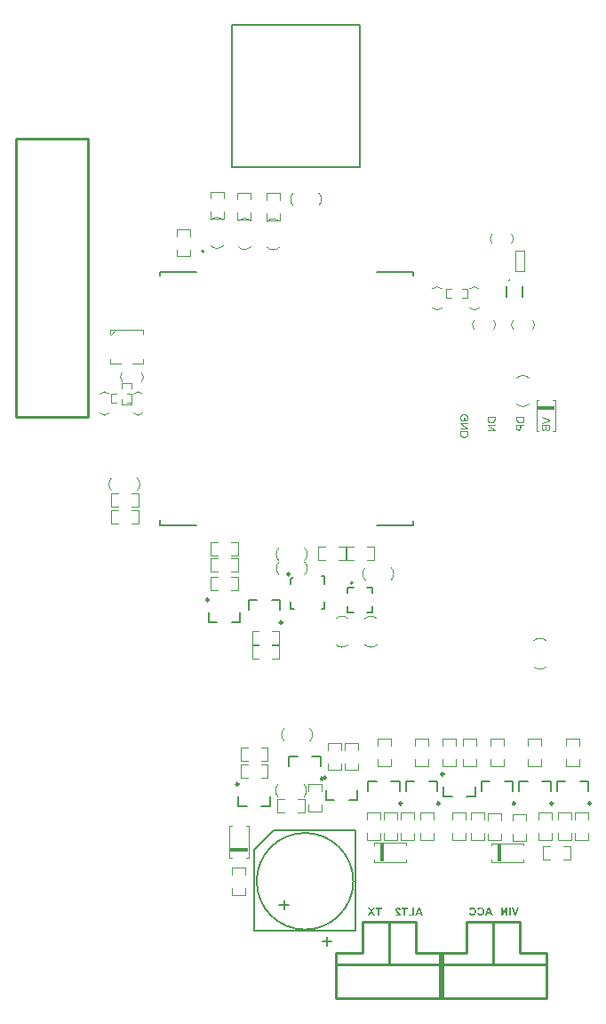
<source format=gbo>
G04*
G04 #@! TF.GenerationSoftware,Altium Limited,Altium Designer,21.2.1 (34)*
G04*
G04 Layer_Color=32896*
%FSTAX24Y24*%
%MOIN*%
G70*
G04*
G04 #@! TF.SameCoordinates,4AC015DC-E3C4-4AC6-9BA4-5EE9E9B64A6E*
G04*
G04*
G04 #@! TF.FilePolarity,Positive*
G04*
G01*
G75*
%ADD10C,0.0070*%
%ADD11C,0.0079*%
%ADD12C,0.0098*%
%ADD13C,0.0039*%
%ADD14C,0.0070*%
%ADD15C,0.0050*%
%ADD16C,0.0100*%
%ADD19R,0.0690X0.0180*%
%ADD20R,0.0180X0.0690*%
%ADD152C,0.0039*%
%ADD153C,0.0039*%
G36*
X059665Y086056D02*
X059664Y086046D01*
X059664Y086037D01*
X059663Y086029D01*
X059662Y086022D01*
X059662Y086019D01*
X059661Y086016D01*
X059661Y086013D01*
X05966Y086012D01*
X05966Y08601D01*
Y086009D01*
X05966Y086008D01*
Y086008D01*
X059657Y086D01*
X059655Y085993D01*
X059652Y085987D01*
X05965Y085982D01*
X059648Y085977D01*
X059646Y085974D01*
X059645Y085972D01*
X059645Y085972D01*
Y085972D01*
X05964Y085966D01*
X059636Y085961D01*
X059631Y085956D01*
X059627Y085952D01*
X059623Y085949D01*
X05962Y085946D01*
X059619Y085945D01*
X059618Y085945D01*
X059617Y085944D01*
X059617D01*
X05961Y085939D01*
X059603Y085935D01*
X059595Y085932D01*
X059588Y085929D01*
X059582Y085927D01*
X05958Y085926D01*
X059577Y085925D01*
X059576Y085924D01*
X059574Y085924D01*
X059573Y085923D01*
X059573D01*
X059563Y085921D01*
X059552Y085919D01*
X059542Y085917D01*
X059532Y085916D01*
X059528Y085916D01*
X059524Y085915D01*
X059521D01*
X059518Y085915D01*
X059515D01*
X059513D01*
X059512D01*
X059512D01*
X059497Y085916D01*
X05949Y085916D01*
X059484Y085917D01*
X059477Y085918D01*
X059471Y085919D01*
X059466Y08592D01*
X059461Y085921D01*
X059456Y085922D01*
X059452Y085923D01*
X059448Y085924D01*
X059445Y085925D01*
X059443Y085926D01*
X059441Y085927D01*
X05944Y085927D01*
X05944D01*
X059429Y085932D01*
X059419Y085938D01*
X059414Y085941D01*
X05941Y085944D01*
X059406Y085947D01*
X059402Y08595D01*
X059399Y085952D01*
X059396Y085955D01*
X059394Y085957D01*
X059392Y085959D01*
X05939Y085961D01*
X059389Y085962D01*
X059388Y085963D01*
X059388Y085963D01*
X059382Y08597D01*
X059378Y085978D01*
X059374Y085985D01*
X059371Y085992D01*
X059369Y085998D01*
X059368Y086001D01*
X059368Y086003D01*
X059367Y086005D01*
X059367Y086006D01*
X059366Y086007D01*
Y086007D01*
X059366Y086011D01*
X059365Y086015D01*
X059364Y086024D01*
X059363Y086033D01*
X059362Y086041D01*
X059362Y086045D01*
Y086049D01*
X059362Y086053D01*
Y086165D01*
X059665D01*
Y086056D01*
D02*
G37*
G36*
Y085822D02*
X059427D01*
X059665Y085663D01*
Y085622D01*
X059362D01*
Y08566D01*
X0596D01*
X059362Y085819D01*
Y08586D01*
X059665D01*
Y085822D01*
D02*
G37*
G36*
X058505Y086254D02*
X058513Y086254D01*
X05852Y086253D01*
X058528Y086251D01*
X058535Y08625D01*
X058542Y086248D01*
X058548Y086247D01*
X058553Y086245D01*
X058559Y086244D01*
X058563Y086242D01*
X058567Y08624D01*
X058571Y086239D01*
X058573Y086238D01*
X058575Y086237D01*
X058577Y086236D01*
X058577Y086236D01*
X058584Y086232D01*
X05859Y086228D01*
X058595Y086224D01*
X058601Y08622D01*
X058606Y086215D01*
X05861Y08621D01*
X058614Y086206D01*
X058618Y086202D01*
X058621Y086197D01*
X058624Y086193D01*
X058627Y08619D01*
X058629Y086187D01*
X05863Y086184D01*
X058631Y086182D01*
X058632Y086181D01*
X058632Y086181D01*
X058635Y086174D01*
X058638Y086167D01*
X058641Y08616D01*
X058643Y086153D01*
X058645Y086146D01*
X058647Y086139D01*
X058648Y086133D01*
X058649Y086127D01*
X05865Y086121D01*
X05865Y086116D01*
X058651Y086111D01*
X058651Y086107D01*
X058651Y086104D01*
Y0861D01*
X058651Y086088D01*
X058649Y086076D01*
X058648Y086065D01*
X058646Y08606D01*
X058645Y086055D01*
X058644Y086051D01*
X058643Y086047D01*
X058642Y086044D01*
X058641Y086041D01*
X05864Y086039D01*
X05864Y086037D01*
X058639Y086036D01*
Y086036D01*
X058634Y086024D01*
X058629Y086013D01*
X058623Y086002D01*
X05862Y085998D01*
X058617Y085993D01*
X058615Y085989D01*
X058612Y085986D01*
X05861Y085982D01*
X058608Y08598D01*
X058607Y085977D01*
X058605Y085976D01*
X058605Y085975D01*
X058604Y085975D01*
X058492D01*
Y086103D01*
X058528D01*
Y086014D01*
X058584D01*
X058589Y086019D01*
X058592Y086025D01*
X058596Y086031D01*
X058599Y086038D01*
X058602Y086043D01*
X058603Y086045D01*
X058604Y086047D01*
X058605Y086049D01*
X058605Y086051D01*
X058606Y086051D01*
Y086052D01*
X058609Y086061D01*
X058611Y08607D01*
X058613Y086079D01*
X058614Y086086D01*
X058614Y08609D01*
X058615Y086093D01*
X058615Y086095D01*
Y086098D01*
X058615Y0861D01*
Y086102D01*
X058615Y086113D01*
X058613Y086124D01*
X058611Y086133D01*
X05861Y086138D01*
X058609Y086142D01*
X058608Y086145D01*
X058607Y086149D01*
X058605Y086152D01*
X058604Y086154D01*
X058604Y086156D01*
X058603Y086158D01*
X058602Y086159D01*
Y086159D01*
X0586Y086164D01*
X058597Y086168D01*
X05859Y086176D01*
X058584Y086183D01*
X058577Y086189D01*
X058571Y086193D01*
X058569Y086195D01*
X058567Y086197D01*
X058565Y086198D01*
X058563Y086199D01*
X058562Y086199D01*
X058562Y086199D01*
X058551Y086204D01*
X05854Y086207D01*
X058529Y08621D01*
X058518Y086211D01*
X058513Y086212D01*
X058508Y086212D01*
X058504Y086213D01*
X058501D01*
X058498Y086213D01*
X058496D01*
X058494D01*
X058494D01*
X058482Y086212D01*
X05847Y086211D01*
X05846Y086209D01*
X058455Y086208D01*
X058451Y086207D01*
X058447Y086206D01*
X058444Y086205D01*
X058441Y086204D01*
X058438Y086203D01*
X058436Y086203D01*
X058434Y086202D01*
X058433Y086202D01*
X058433D01*
X058427Y086199D01*
X058422Y086196D01*
X058416Y086193D01*
X058412Y08619D01*
X058408Y086187D01*
X058406Y086185D01*
X058404Y086183D01*
X058403Y086183D01*
X058398Y086178D01*
X058394Y086172D01*
X05839Y086167D01*
X058387Y086162D01*
X058384Y086157D01*
X058383Y086154D01*
X058382Y086152D01*
X058381Y086151D01*
X058381Y086151D01*
Y08615D01*
X058378Y086142D01*
X058376Y086135D01*
X058374Y086126D01*
X058373Y086119D01*
X058373Y086116D01*
X058373Y086113D01*
Y08611D01*
X058372Y086107D01*
Y086103D01*
X058373Y086095D01*
X058374Y086087D01*
X058375Y08608D01*
X058376Y086074D01*
X058378Y086069D01*
X058379Y086066D01*
X058379Y086065D01*
X05838Y086063D01*
X05838Y086062D01*
X058381Y086062D01*
Y086061D01*
X058384Y086055D01*
X058387Y086049D01*
X058391Y086044D01*
X058394Y08604D01*
X058397Y086037D01*
X0584Y086035D01*
X058401Y086033D01*
X058402Y086033D01*
X058407Y086029D01*
X058413Y086026D01*
X058419Y086023D01*
X058425Y08602D01*
X05843Y086018D01*
X058432Y086018D01*
X058434Y086017D01*
X058436Y086016D01*
X058437Y086016D01*
X058438Y086016D01*
X058438D01*
X058428Y085979D01*
X058417Y085982D01*
X058407Y085986D01*
X058403Y085988D01*
X058399Y08599D01*
X058395Y085992D01*
X058392Y085994D01*
X058389Y085995D01*
X058386Y085997D01*
X058384Y085998D01*
X058382Y085999D01*
X058381Y086001D01*
X05838Y086001D01*
X058379Y086002D01*
X058379Y086002D01*
X058372Y086008D01*
X058366Y086015D01*
X058361Y086022D01*
X058357Y086029D01*
X058353Y086035D01*
X058352Y086037D01*
X058351Y086039D01*
X05835Y086041D01*
X058349Y086042D01*
X058349Y086043D01*
Y086044D01*
X058345Y086054D01*
X058343Y086064D01*
X058341Y086074D01*
X05834Y086083D01*
X058339Y086088D01*
X058339Y086091D01*
X058339Y086095D01*
X058338Y086098D01*
Y086103D01*
X058339Y086111D01*
X058339Y08612D01*
X05834Y086127D01*
X058341Y086135D01*
X058343Y086142D01*
X058344Y086148D01*
X058346Y086155D01*
X058347Y08616D01*
X058349Y086165D01*
X058351Y08617D01*
X058353Y086174D01*
X058354Y086177D01*
X058355Y08618D01*
X058356Y086182D01*
X058357Y086183D01*
X058357Y086183D01*
X058361Y086189D01*
X058365Y086195D01*
X058369Y086201D01*
X058374Y086206D01*
X058379Y086211D01*
X058383Y086215D01*
X058388Y086219D01*
X058392Y086223D01*
X058397Y086225D01*
X058401Y086228D01*
X058405Y086231D01*
X058408Y086233D01*
X05841Y086234D01*
X058412Y086235D01*
X058414Y086236D01*
X058414Y086236D01*
X058421Y086239D01*
X058428Y086242D01*
X058436Y086244D01*
X058443Y086246D01*
X058457Y08625D01*
X058463Y086251D01*
X058469Y086252D01*
X058475Y086253D01*
X05848Y086253D01*
X058485Y086254D01*
X058489Y086254D01*
X058492Y086254D01*
X058494D01*
X058496D01*
X058496D01*
X058505Y086254D01*
D02*
G37*
G36*
X058646Y085877D02*
X058409D01*
X058646Y085719D01*
Y085677D01*
X058344D01*
Y085716D01*
X058581D01*
X058344Y085875D01*
Y085916D01*
X058646D01*
Y085877D01*
D02*
G37*
G36*
Y085501D02*
X058646Y085491D01*
X058646Y085482D01*
X058645Y085474D01*
X058644Y085466D01*
X058643Y085464D01*
X058643Y085461D01*
X058642Y085458D01*
X058642Y085456D01*
X058642Y085455D01*
Y085454D01*
X058641Y085453D01*
Y085453D01*
X058639Y085445D01*
X058637Y085438D01*
X058634Y085432D01*
X058632Y085426D01*
X05863Y085422D01*
X058628Y085419D01*
X058627Y085417D01*
X058626Y085417D01*
Y085416D01*
X058622Y085411D01*
X058618Y085405D01*
X058613Y085401D01*
X058609Y085397D01*
X058605Y085393D01*
X058602Y085391D01*
X0586Y08539D01*
X058599Y085389D01*
X058599Y085389D01*
X058599D01*
X058592Y085384D01*
X058585Y08538D01*
X058577Y085377D01*
X05857Y085374D01*
X058564Y085371D01*
X058561Y08537D01*
X058559Y085369D01*
X058557Y085369D01*
X058556Y085368D01*
X058555Y085368D01*
X058555D01*
X058544Y085365D01*
X058534Y085363D01*
X058524Y085362D01*
X058514Y085361D01*
X05851Y085361D01*
X058506Y08536D01*
X058502D01*
X058499Y08536D01*
X058497D01*
X058495D01*
X058494D01*
X058493D01*
X058479Y085361D01*
X058472Y085361D01*
X058465Y085362D01*
X058459Y085363D01*
X058453Y085364D01*
X058447Y085365D01*
X058442Y085366D01*
X058438Y085367D01*
X058434Y085368D01*
X05843Y085369D01*
X058427Y08537D01*
X058425Y085371D01*
X058423Y085371D01*
X058422Y085372D01*
X058422D01*
X05841Y085377D01*
X0584Y085383D01*
X058396Y085385D01*
X058391Y085388D01*
X058387Y085391D01*
X058384Y085394D01*
X058381Y085397D01*
X058378Y0854D01*
X058375Y085402D01*
X058373Y085404D01*
X058372Y085405D01*
X058371Y085407D01*
X05837Y085407D01*
X05837Y085408D01*
X058364Y085415D01*
X05836Y085423D01*
X058356Y08543D01*
X058353Y085437D01*
X058351Y085443D01*
X05835Y085445D01*
X058349Y085448D01*
X058349Y085449D01*
X058348Y085451D01*
X058348Y085452D01*
Y085452D01*
X058347Y085456D01*
X058346Y08546D01*
X058345Y085468D01*
X058344Y085477D01*
X058344Y085486D01*
X058344Y08549D01*
Y085494D01*
X058344Y085497D01*
Y08561D01*
X058646D01*
Y085501D01*
D02*
G37*
G36*
X060752Y086056D02*
X060752Y086046D01*
X060752Y086037D01*
X060751Y086029D01*
X06075Y086022D01*
X060749Y086019D01*
X060749Y086016D01*
X060748Y086013D01*
X060748Y086012D01*
X060748Y08601D01*
Y086009D01*
X060747Y086008D01*
Y086008D01*
X060745Y086D01*
X060743Y085993D01*
X06074Y085987D01*
X060738Y085982D01*
X060736Y085977D01*
X060734Y085974D01*
X060733Y085972D01*
X060732Y085972D01*
Y085972D01*
X060728Y085966D01*
X060724Y085961D01*
X060719Y085956D01*
X060715Y085952D01*
X060711Y085949D01*
X060708Y085946D01*
X060706Y085945D01*
X060705Y085945D01*
X060705Y085944D01*
X060705D01*
X060698Y085939D01*
X060691Y085935D01*
X060683Y085932D01*
X060676Y085929D01*
X06067Y085927D01*
X060667Y085926D01*
X060665Y085925D01*
X060663Y085924D01*
X060662Y085924D01*
X060661Y085923D01*
X060661D01*
X06065Y085921D01*
X06064Y085919D01*
X06063Y085917D01*
X06062Y085916D01*
X060616Y085916D01*
X060612Y085915D01*
X060608D01*
X060605Y085915D01*
X060603D01*
X060601D01*
X0606D01*
X060599D01*
X060585Y085916D01*
X060578Y085916D01*
X060571Y085917D01*
X060565Y085918D01*
X060559Y085919D01*
X060553Y08592D01*
X060548Y085921D01*
X060544Y085922D01*
X06054Y085923D01*
X060536Y085924D01*
X060533Y085925D01*
X060531Y085926D01*
X060529Y085927D01*
X060528Y085927D01*
X060528D01*
X060516Y085932D01*
X060506Y085938D01*
X060502Y085941D01*
X060497Y085944D01*
X060493Y085947D01*
X06049Y08595D01*
X060487Y085952D01*
X060484Y085955D01*
X060481Y085957D01*
X060479Y085959D01*
X060478Y085961D01*
X060477Y085962D01*
X060476Y085963D01*
X060476Y085963D01*
X06047Y08597D01*
X060466Y085978D01*
X060462Y085985D01*
X060459Y085992D01*
X060457Y085998D01*
X060456Y086001D01*
X060455Y086003D01*
X060455Y086005D01*
X060454Y086006D01*
X060454Y086007D01*
Y086007D01*
X060453Y086011D01*
X060452Y086015D01*
X060451Y086024D01*
X06045Y086033D01*
X06045Y086041D01*
X06045Y086045D01*
Y086049D01*
X060449Y086053D01*
Y086165D01*
X060752D01*
Y086056D01*
D02*
G37*
G36*
Y08582D02*
X060629D01*
Y085743D01*
X060629Y085731D01*
X060628Y08572D01*
X060627Y08571D01*
X060625Y085701D01*
X060623Y085693D01*
X060621Y085686D01*
X060618Y08568D01*
X060616Y085674D01*
X060613Y085669D01*
X060611Y085665D01*
X060609Y085661D01*
X060607Y085658D01*
X060605Y085656D01*
X060604Y085655D01*
X060603Y085654D01*
X060603Y085653D01*
X060597Y085649D01*
X060592Y085645D01*
X060587Y085642D01*
X060581Y085639D01*
X060575Y085637D01*
X06057Y085635D01*
X060565Y085633D01*
X06056Y085632D01*
X060555Y085631D01*
X060551Y08563D01*
X060547Y085629D01*
X060544Y085629D01*
X060541Y085629D01*
X060539D01*
X060538D01*
X060537D01*
X060529Y085629D01*
X060521Y08563D01*
X060514Y085632D01*
X060508Y085633D01*
X060503Y085635D01*
X060501Y085636D01*
X060499Y085637D01*
X060498Y085637D01*
X060497Y085638D01*
X060496Y085638D01*
X060496D01*
X060489Y085642D01*
X060484Y085646D01*
X060478Y08565D01*
X060474Y085654D01*
X060471Y085657D01*
X060469Y08566D01*
X060467Y085662D01*
X060467Y085662D01*
Y085663D01*
X060463Y085668D01*
X06046Y085675D01*
X060458Y085681D01*
X060456Y085687D01*
X060454Y085692D01*
X060454Y085694D01*
X060453Y085696D01*
X060453Y085698D01*
Y085699D01*
X060452Y0857D01*
Y0857D01*
X060452Y085703D01*
X060451Y085706D01*
X060451Y085714D01*
X06045Y085721D01*
X06045Y085729D01*
X060449Y085735D01*
Y08586D01*
X060752D01*
Y08582D01*
D02*
G37*
G36*
X061713Y086037D02*
Y085996D01*
X06141Y085877D01*
Y085918D01*
X06163Y086D01*
X06164Y086003D01*
X061648Y086006D01*
X061657Y086009D01*
X061664Y086012D01*
X061668Y086013D01*
X061671Y086014D01*
X061673Y086014D01*
X061676Y086015D01*
X061677Y086016D01*
X061679Y086016D01*
X06168Y086016D01*
X06168D01*
X061671Y086019D01*
X061662Y086021D01*
X061654Y086024D01*
X061646Y086026D01*
X061643Y086028D01*
X06164Y086029D01*
X061637Y08603D01*
X061635Y08603D01*
X061633Y086031D01*
X061632Y086032D01*
X061631Y086032D01*
X06163D01*
X06141Y086111D01*
Y086154D01*
X061713Y086037D01*
D02*
G37*
G36*
Y085728D02*
X061713Y085717D01*
X061712Y085708D01*
X061711Y0857D01*
X061711Y085696D01*
X06171Y085692D01*
X06171Y085689D01*
X06171Y085687D01*
X061709Y085685D01*
X061709Y085683D01*
X061708Y085681D01*
Y08568D01*
X061708Y085679D01*
Y085679D01*
X061706Y085672D01*
X061704Y085665D01*
X061701Y08566D01*
X061699Y085655D01*
X061697Y085651D01*
X061695Y085648D01*
X061694Y085647D01*
X061693Y085646D01*
X061689Y085641D01*
X061684Y085637D01*
X06168Y085633D01*
X061675Y08563D01*
X061671Y085627D01*
X061668Y085625D01*
X061667Y085625D01*
X061666Y085624D01*
X061665Y085624D01*
X061665D01*
X061658Y085621D01*
X061651Y085618D01*
X061644Y085617D01*
X061638Y085615D01*
X061633Y085615D01*
X061631D01*
X061629Y085614D01*
X061627D01*
X061626D01*
X061626D01*
X061625D01*
X06162D01*
X061616Y085615D01*
X061607Y085617D01*
X061599Y085619D01*
X061593Y085622D01*
X06159Y085623D01*
X061587Y085625D01*
X061585Y085626D01*
X061583Y085627D01*
X061581Y085628D01*
X06158Y085629D01*
X06158Y085629D01*
X061579Y085629D01*
X061573Y085635D01*
X061567Y085642D01*
X061562Y085649D01*
X061558Y085656D01*
X061556Y085662D01*
X061555Y085665D01*
X061554Y085667D01*
X061553Y085669D01*
X061552Y08567D01*
X061552Y085671D01*
Y085671D01*
X061548Y085664D01*
X061543Y085658D01*
X061539Y085652D01*
X061534Y085648D01*
X06153Y085644D01*
X061527Y085642D01*
X061526Y085641D01*
X061525Y08564D01*
X061525Y08564D01*
X061524D01*
X061518Y085636D01*
X061512Y085634D01*
X061505Y085632D01*
X0615Y08563D01*
X061495Y08563D01*
X061491Y085629D01*
X06149D01*
X061489D01*
X061488D01*
X061488D01*
X06148Y08563D01*
X061473Y085631D01*
X061466Y085633D01*
X06146Y085635D01*
X061455Y085637D01*
X061453Y085638D01*
X061451Y085639D01*
X06145Y08564D01*
X061449Y085641D01*
X061448Y085641D01*
X061448D01*
X061441Y085646D01*
X061435Y085651D01*
X061431Y085657D01*
X061427Y085662D01*
X061424Y085667D01*
X061421Y08567D01*
X061421Y085672D01*
X06142Y085673D01*
X06142Y085674D01*
Y085674D01*
X061416Y085683D01*
X061414Y085691D01*
X061413Y085701D01*
X061412Y085709D01*
X061411Y085714D01*
X061411Y085717D01*
Y085721D01*
X06141Y085724D01*
Y085843D01*
X061713D01*
Y085728D01*
D02*
G37*
G36*
X060116Y067445D02*
X06006D01*
Y067644D01*
X059937Y067445D01*
X059876D01*
Y067748D01*
X059933D01*
Y067544D01*
X060057Y067748D01*
X060116D01*
Y067445D01*
D02*
G37*
G36*
X060439D02*
X060374D01*
X060265Y067748D01*
X06033D01*
X060405Y067524D01*
X060481Y067748D01*
X060547D01*
X060439Y067445D01*
D02*
G37*
G36*
X060236D02*
X060175D01*
Y067748D01*
X060236D01*
Y067445D01*
D02*
G37*
G36*
X059112Y06776D02*
X059123Y067759D01*
X059133Y067756D01*
X059143Y067754D01*
X059152Y067751D01*
X059161Y067747D01*
X059168Y067743D01*
X059175Y067739D01*
X059182Y067735D01*
X059187Y067732D01*
X059192Y067728D01*
X059196Y067725D01*
X059199Y067722D01*
X059201Y06772D01*
X059203Y067719D01*
X059203Y067718D01*
X05921Y06771D01*
X059216Y067701D01*
X059221Y067692D01*
X059225Y067683D01*
X059229Y067673D01*
X059232Y067663D01*
X059235Y067653D01*
X059237Y067644D01*
X059238Y067635D01*
X05924Y067627D01*
X05924Y06762D01*
X059241Y067613D01*
X059241Y067608D01*
X059242Y067606D01*
Y067604D01*
Y067603D01*
Y067602D01*
Y067601D01*
Y067601D01*
X059241Y067588D01*
X05924Y067576D01*
X059238Y067564D01*
X059236Y067553D01*
X059233Y067543D01*
X059229Y067534D01*
X059226Y067526D01*
X059222Y067518D01*
X059219Y067511D01*
X059215Y067505D01*
X059212Y0675D01*
X059209Y067496D01*
X059206Y067493D01*
X059204Y06749D01*
X059203Y067489D01*
X059203Y067489D01*
X059195Y067481D01*
X059187Y067475D01*
X059179Y067469D01*
X059171Y067465D01*
X059163Y067461D01*
X059155Y067458D01*
X059146Y067455D01*
X059139Y067453D01*
X059132Y067451D01*
X059125Y06745D01*
X059119Y067449D01*
X059114Y067448D01*
X05911Y067448D01*
X059106Y067448D01*
X059104D01*
X059095Y067448D01*
X059086Y067448D01*
X059078Y06745D01*
X059071Y067451D01*
X059063Y067453D01*
X059057Y067455D01*
X059051Y067457D01*
X059045Y06746D01*
X05904Y067462D01*
X059036Y067464D01*
X059032Y067466D01*
X059029Y067468D01*
X059027Y067469D01*
X059025Y06747D01*
X059024Y067471D01*
X059023Y067471D01*
X059018Y067476D01*
X059012Y067482D01*
X059007Y067487D01*
X059003Y067493D01*
X058999Y067499D01*
X058995Y067506D01*
X058992Y067512D01*
X058989Y067518D01*
X058986Y067523D01*
X058984Y067529D01*
X058982Y067533D01*
X05898Y067537D01*
X058979Y067541D01*
X058979Y067543D01*
X058978Y067545D01*
Y067546D01*
X059037Y067564D01*
X059039Y067558D01*
X05904Y067552D01*
X059042Y067547D01*
X059044Y067542D01*
X059047Y067538D01*
X059049Y067534D01*
X059051Y06753D01*
X059053Y067527D01*
X059055Y067524D01*
X059057Y067522D01*
X059059Y06752D01*
X05906Y067518D01*
X059061Y067517D01*
X059062Y067516D01*
X059062Y067515D01*
X059063Y067515D01*
X059066Y067512D01*
X05907Y06751D01*
X059077Y067506D01*
X059083Y067504D01*
X05909Y067502D01*
X059096Y067501D01*
X059098Y0675D01*
X059101D01*
X059102Y0675D01*
X059104D01*
X05911Y0675D01*
X059116Y067501D01*
X059122Y067502D01*
X059127Y067504D01*
X059132Y067505D01*
X059136Y067507D01*
X05914Y067509D01*
X059144Y067512D01*
X059147Y067514D01*
X05915Y067516D01*
X059152Y067518D01*
X059155Y06752D01*
X059156Y067522D01*
X059157Y067523D01*
X059158Y067524D01*
X059158Y067524D01*
X059162Y067529D01*
X059165Y067534D01*
X059168Y06754D01*
X05917Y067547D01*
X059172Y067554D01*
X059174Y06756D01*
X059176Y067574D01*
X059177Y06758D01*
X059178Y067586D01*
X059178Y067592D01*
X059178Y067596D01*
X059179Y0676D01*
Y067603D01*
Y067605D01*
Y067606D01*
X059178Y067615D01*
X059178Y067625D01*
X059177Y067633D01*
X059175Y067641D01*
X059174Y067648D01*
X059172Y067654D01*
X05917Y06766D01*
X059168Y067665D01*
X059166Y06767D01*
X059164Y067674D01*
X059163Y067677D01*
X059161Y067679D01*
X05916Y067681D01*
X059159Y067683D01*
X059158Y067684D01*
X059158Y067684D01*
X059154Y067688D01*
X059149Y067692D01*
X059145Y067695D01*
X059141Y067698D01*
X059136Y0677D01*
X059131Y067702D01*
X059127Y067704D01*
X059122Y067705D01*
X059119Y067706D01*
X059115Y067707D01*
X059112Y067708D01*
X059109Y067708D01*
X059106Y067708D01*
X059103D01*
X059094Y067708D01*
X059086Y067706D01*
X05908Y067704D01*
X059073Y067701D01*
X059068Y067699D01*
X059066Y067698D01*
X059065Y067697D01*
X059063Y067696D01*
X059062Y067695D01*
X059062Y067695D01*
X059062Y067694D01*
X059056Y067689D01*
X059051Y067683D01*
X059047Y067677D01*
X059044Y067671D01*
X059042Y067666D01*
X059041Y067663D01*
X05904Y067661D01*
X05904Y06766D01*
X05904Y067658D01*
X059039Y067658D01*
Y067657D01*
X058979Y067672D01*
X058981Y067678D01*
X058983Y067685D01*
X058986Y06769D01*
X058988Y067696D01*
X058991Y067701D01*
X058993Y067705D01*
X058996Y067709D01*
X058998Y067713D01*
X059001Y067716D01*
X059003Y067719D01*
X059005Y067722D01*
X059007Y067724D01*
X059008Y067725D01*
X059009Y067726D01*
X05901Y067727D01*
X05901Y067727D01*
X059017Y067733D01*
X059024Y067738D01*
X059031Y067743D01*
X059039Y067746D01*
X059046Y06775D01*
X059054Y067752D01*
X059061Y067755D01*
X059068Y067756D01*
X059075Y067758D01*
X059081Y067759D01*
X059086Y067759D01*
X059091Y06776D01*
X059095Y06776D01*
X059098Y06776D01*
X0591D01*
X059112Y06776D01*
D02*
G37*
G36*
X058806D02*
X058817Y067759D01*
X058828Y067756D01*
X058838Y067754D01*
X058847Y067751D01*
X058855Y067747D01*
X058863Y067743D01*
X05887Y067739D01*
X058876Y067735D01*
X058882Y067732D01*
X058886Y067728D01*
X05889Y067725D01*
X058894Y067722D01*
X058896Y06772D01*
X058897Y067719D01*
X058897Y067718D01*
X058904Y06771D01*
X05891Y067701D01*
X058916Y067692D01*
X05892Y067683D01*
X058924Y067673D01*
X058927Y067663D01*
X058929Y067653D01*
X058931Y067644D01*
X058933Y067635D01*
X058934Y067627D01*
X058935Y06762D01*
X058936Y067613D01*
X058936Y067608D01*
X058936Y067606D01*
Y067604D01*
Y067603D01*
Y067602D01*
Y067601D01*
Y067601D01*
X058936Y067588D01*
X058935Y067576D01*
X058933Y067564D01*
X05893Y067553D01*
X058927Y067543D01*
X058924Y067534D01*
X05892Y067526D01*
X058917Y067518D01*
X058913Y067511D01*
X05891Y067505D01*
X058906Y0675D01*
X058903Y067496D01*
X058901Y067493D01*
X058899Y06749D01*
X058898Y067489D01*
X058897Y067489D01*
X05889Y067481D01*
X058882Y067475D01*
X058874Y067469D01*
X058866Y067465D01*
X058857Y067461D01*
X058849Y067458D01*
X058841Y067455D01*
X058834Y067453D01*
X058826Y067451D01*
X058819Y06745D01*
X058814Y067449D01*
X058809Y067448D01*
X058804Y067448D01*
X058801Y067448D01*
X058798D01*
X05879Y067448D01*
X058781Y067448D01*
X058773Y06745D01*
X058765Y067451D01*
X058758Y067453D01*
X058752Y067455D01*
X058745Y067457D01*
X05874Y06746D01*
X058735Y067462D01*
X058731Y067464D01*
X058727Y067466D01*
X058724Y067468D01*
X058721Y067469D01*
X058719Y06747D01*
X058718Y067471D01*
X058718Y067471D01*
X058712Y067476D01*
X058707Y067482D01*
X058702Y067487D01*
X058697Y067493D01*
X058693Y067499D01*
X05869Y067506D01*
X058686Y067512D01*
X058683Y067518D01*
X058681Y067523D01*
X058678Y067529D01*
X058677Y067533D01*
X058675Y067537D01*
X058674Y067541D01*
X058673Y067543D01*
X058672Y067545D01*
Y067546D01*
X058732Y067564D01*
X058733Y067558D01*
X058735Y067552D01*
X058737Y067547D01*
X058739Y067542D01*
X058741Y067538D01*
X058743Y067534D01*
X058746Y06753D01*
X058748Y067527D01*
X05875Y067524D01*
X058752Y067522D01*
X058753Y06752D01*
X058754Y067518D01*
X058756Y067517D01*
X058757Y067516D01*
X058757Y067515D01*
X058757Y067515D01*
X058761Y067512D01*
X058764Y06751D01*
X058771Y067506D01*
X058778Y067504D01*
X058785Y067502D01*
X058791Y067501D01*
X058793Y0675D01*
X058795D01*
X058797Y0675D01*
X058799D01*
X058805Y0675D01*
X058811Y067501D01*
X058816Y067502D01*
X058821Y067504D01*
X058826Y067505D01*
X058831Y067507D01*
X058835Y067509D01*
X058838Y067512D01*
X058842Y067514D01*
X058845Y067516D01*
X058847Y067518D01*
X058849Y06752D01*
X058851Y067522D01*
X058852Y067523D01*
X058853Y067524D01*
X058853Y067524D01*
X058856Y067529D01*
X058859Y067534D01*
X058862Y06754D01*
X058865Y067547D01*
X058867Y067554D01*
X058868Y06756D01*
X058871Y067574D01*
X058872Y06758D01*
X058872Y067586D01*
X058873Y067592D01*
X058873Y067596D01*
X058873Y0676D01*
Y067603D01*
Y067605D01*
Y067606D01*
X058873Y067615D01*
X058872Y067625D01*
X058871Y067633D01*
X05887Y067641D01*
X058868Y067648D01*
X058867Y067654D01*
X058865Y06766D01*
X058863Y067665D01*
X058861Y06767D01*
X058859Y067674D01*
X058857Y067677D01*
X058856Y067679D01*
X058855Y067681D01*
X058854Y067683D01*
X058853Y067684D01*
X058853Y067684D01*
X058849Y067688D01*
X058844Y067692D01*
X05884Y067695D01*
X058835Y067698D01*
X058831Y0677D01*
X058826Y067702D01*
X058821Y067704D01*
X058817Y067705D01*
X058813Y067706D01*
X05881Y067707D01*
X058806Y067708D01*
X058803Y067708D01*
X058801Y067708D01*
X058798D01*
X058789Y067708D01*
X058781Y067706D01*
X058774Y067704D01*
X058768Y067701D01*
X058763Y067699D01*
X058761Y067698D01*
X058759Y067697D01*
X058758Y067696D01*
X058757Y067695D01*
X058757Y067695D01*
X058756Y067694D01*
X058751Y067689D01*
X058746Y067683D01*
X058742Y067677D01*
X058739Y067671D01*
X058736Y067666D01*
X058735Y067663D01*
X058735Y067661D01*
X058734Y06766D01*
X058734Y067658D01*
X058734Y067658D01*
Y067657D01*
X058673Y067672D01*
X058675Y067678D01*
X058678Y067685D01*
X05868Y06769D01*
X058683Y067696D01*
X058685Y067701D01*
X058688Y067705D01*
X058691Y067709D01*
X058693Y067713D01*
X058695Y067716D01*
X058697Y067719D01*
X058699Y067722D01*
X058701Y067724D01*
X058703Y067725D01*
X058704Y067726D01*
X058704Y067727D01*
X058705Y067727D01*
X058712Y067733D01*
X058718Y067738D01*
X058726Y067743D01*
X058733Y067746D01*
X058741Y06775D01*
X058749Y067752D01*
X058756Y067755D01*
X058763Y067756D01*
X058769Y067758D01*
X058775Y067759D01*
X058781Y067759D01*
X058786Y06776D01*
X05879Y06776D01*
X058792Y06776D01*
X058795D01*
X058806Y06776D01*
D02*
G37*
G36*
X059567Y067453D02*
X059502D01*
X059477Y067522D01*
X059356D01*
X059329Y067453D01*
X059263D01*
X059384Y067755D01*
X059449D01*
X059567Y067453D01*
D02*
G37*
G36*
X055048Y067606D02*
X055153Y067449D01*
X05508D01*
X055012Y067551D01*
X054945Y067449D01*
X054872D01*
X054976Y067607D01*
X054881Y067752D01*
X054952D01*
X055012Y067661D01*
X055072Y067752D01*
X055143D01*
X055048Y067606D01*
D02*
G37*
G36*
X055402Y0677D02*
X055312D01*
Y067449D01*
X055251D01*
Y0677D01*
X055161D01*
Y067752D01*
X055402D01*
Y0677D01*
D02*
G37*
G36*
X056017Y067748D02*
X056024Y067748D01*
X056031Y067747D01*
X056037Y067745D01*
X056044Y067744D01*
X056049Y067742D01*
X056054Y06774D01*
X056059Y067738D01*
X056063Y067736D01*
X056067Y067734D01*
X05607Y067733D01*
X056073Y067731D01*
X056075Y06773D01*
X056076Y067729D01*
X056077Y067728D01*
X056078Y067728D01*
X056083Y067723D01*
X056087Y067719D01*
X056091Y067714D01*
X056094Y067708D01*
X056097Y067702D01*
X0561Y067696D01*
X056102Y067691D01*
X056104Y067685D01*
X056106Y06768D01*
X056107Y067675D01*
X056108Y067671D01*
X056108Y067667D01*
X056109Y067663D01*
X056109Y067661D01*
X05611Y067659D01*
Y067659D01*
X056052Y067653D01*
X056052Y067658D01*
X056051Y067662D01*
X056049Y06767D01*
X056047Y067676D01*
X056046Y067681D01*
X056043Y067685D01*
X056042Y067687D01*
X05604Y067689D01*
X05604Y067689D01*
X056036Y067693D01*
X056031Y067696D01*
X056026Y067698D01*
X056021Y067699D01*
X056017Y0677D01*
X056014Y0677D01*
X056011D01*
X056004Y0677D01*
X055999Y067699D01*
X055994Y067697D01*
X055989Y067695D01*
X055986Y067693D01*
X055984Y067692D01*
X055982Y06769D01*
X055982Y06769D01*
X055978Y067686D01*
X055976Y067681D01*
X055974Y067676D01*
X055973Y067671D01*
X055972Y067667D01*
X055971Y067663D01*
Y067662D01*
Y067661D01*
Y06766D01*
Y06766D01*
X055972Y067653D01*
X055973Y067647D01*
X055975Y067641D01*
X055977Y067636D01*
X05598Y067631D01*
X055982Y067628D01*
X055983Y067626D01*
X055983Y067625D01*
X055984Y067625D01*
Y067625D01*
X055985Y067622D01*
X055988Y067619D01*
X055991Y067615D01*
X055995Y067612D01*
X056003Y067603D01*
X056011Y067595D01*
X056015Y067591D01*
X056019Y067587D01*
X056022Y067584D01*
X056026Y067581D01*
X056028Y067579D01*
X05603Y067577D01*
X056031Y067575D01*
X056032Y067575D01*
X056041Y067567D01*
X056048Y067559D01*
X056056Y067551D01*
X056063Y067545D01*
X056068Y067538D01*
X056074Y067532D01*
X056079Y067527D01*
X056083Y067522D01*
X056086Y067517D01*
X056089Y067514D01*
X056092Y06751D01*
X056094Y067508D01*
X056095Y067506D01*
X056096Y067504D01*
X056097Y067503D01*
X056097Y067503D01*
X056103Y067492D01*
X056107Y067482D01*
X05611Y067472D01*
X056113Y067464D01*
X056114Y06746D01*
X056115Y067456D01*
X056115Y067453D01*
X056116Y06745D01*
X056116Y067448D01*
Y067446D01*
X056117Y067445D01*
Y067445D01*
X055913D01*
Y067499D01*
X056029D01*
X056025Y067504D01*
X056023Y067507D01*
X056021Y067509D01*
X05602Y067511D01*
X056018Y067513D01*
X056017Y067514D01*
X056017Y067514D01*
X056015Y067516D01*
X056013Y067518D01*
X056011Y067521D01*
X056008Y067523D01*
X056003Y067529D01*
X055997Y067534D01*
X055991Y06754D01*
X055989Y067542D01*
X055986Y067544D01*
X055985Y067546D01*
X055984Y067547D01*
X055983Y067548D01*
X055982Y067548D01*
X055977Y067552D01*
X055973Y067557D01*
X055968Y067561D01*
X055964Y067565D01*
X055961Y067568D01*
X055958Y067571D01*
X055955Y067574D01*
X055953Y067577D01*
X055949Y067581D01*
X055946Y067584D01*
X055945Y067586D01*
X055944Y067587D01*
X055939Y067594D01*
X055934Y067601D01*
X05593Y067608D01*
X055926Y067613D01*
X055924Y067618D01*
X055923Y06762D01*
X055922Y067622D01*
X055922Y067623D01*
X055921Y067625D01*
X055921Y067625D01*
Y067625D01*
X055918Y067632D01*
X055917Y067639D01*
X055915Y067646D01*
X055914Y067652D01*
X055914Y067657D01*
Y067659D01*
X055913Y067661D01*
Y067662D01*
Y067663D01*
Y067664D01*
Y067664D01*
X055914Y067671D01*
X055914Y067677D01*
X055916Y067683D01*
X055917Y067689D01*
X055919Y067694D01*
X055922Y067699D01*
X055924Y067704D01*
X055926Y067708D01*
X055929Y067712D01*
X055931Y067715D01*
X055933Y067718D01*
X055935Y06772D01*
X055937Y067722D01*
X055938Y067723D01*
X055939Y067724D01*
X055939Y067724D01*
X055944Y067729D01*
X05595Y067732D01*
X055955Y067735D01*
X055961Y067738D01*
X055967Y067741D01*
X055973Y067743D01*
X055978Y067744D01*
X055984Y067746D01*
X055989Y067747D01*
X055994Y067747D01*
X055998Y067748D01*
X056002Y067748D01*
X056005Y067749D01*
X056009D01*
X056017Y067748D01*
D02*
G37*
G36*
X056949Y067445D02*
X056884D01*
X056859Y067514D01*
X056738D01*
X056711Y067445D01*
X056645D01*
X056766Y067748D01*
X056831D01*
X056949Y067445D01*
D02*
G37*
G36*
X056611D02*
X056398D01*
Y067496D01*
X05655D01*
Y067745D01*
X056611D01*
Y067445D01*
D02*
G37*
G36*
X056376Y067696D02*
X056286D01*
Y067445D01*
X056225D01*
Y067696D01*
X056136D01*
Y067748D01*
X056376D01*
Y067696D01*
D02*
G37*
%LPC*%
G36*
X059629Y086125D02*
X059398D01*
Y086055D01*
X059398Y08605D01*
X059398Y086044D01*
X059399Y086039D01*
X059399Y086034D01*
X0594Y08603D01*
X0594Y086026D01*
X059401Y086023D01*
X059401Y08602D01*
X059402Y086017D01*
X059402Y086015D01*
X059403Y086013D01*
X059403Y086012D01*
X059403Y086011D01*
X059404Y086011D01*
Y08601D01*
X059406Y086006D01*
X059408Y086002D01*
X059413Y085995D01*
X059419Y085988D01*
X059424Y085983D01*
X05943Y085978D01*
X059432Y085976D01*
X059434Y085975D01*
X059436Y085974D01*
X059437Y085973D01*
X059438Y085972D01*
X059438Y085972D01*
X059443Y08597D01*
X059449Y085967D01*
X05946Y085963D01*
X059472Y08596D01*
X059484Y085958D01*
X05949Y085958D01*
X059495Y085957D01*
X059499Y085957D01*
X059503D01*
X059506Y085956D01*
X059509D01*
X05951D01*
X059511D01*
X059524Y085957D01*
X059535Y085958D01*
X05954Y085958D01*
X059545Y085959D01*
X059549Y08596D01*
X059553Y08596D01*
X059557Y085961D01*
X05956Y085962D01*
X059563Y085963D01*
X059565Y085963D01*
X059567Y085964D01*
X059568Y085964D01*
X059569Y085965D01*
X059569D01*
X059578Y085968D01*
X059586Y085972D01*
X059592Y085975D01*
X059598Y085978D01*
X059602Y085982D01*
X059605Y085984D01*
X059607Y085986D01*
X059607Y085986D01*
X059608Y085987D01*
X059611Y085991D01*
X059615Y085995D01*
X059617Y086D01*
X05962Y086004D01*
X059621Y086008D01*
X059623Y086011D01*
X059623Y086012D01*
X059623Y086013D01*
X059624Y086013D01*
Y086014D01*
X059625Y086021D01*
X059627Y086028D01*
X059627Y086036D01*
X059628Y086044D01*
X059628Y08605D01*
Y086053D01*
X059629Y086056D01*
Y086125D01*
D02*
G37*
G36*
X058611Y08557D02*
X058379D01*
Y0855D01*
X05838Y085494D01*
X05838Y085489D01*
X05838Y085484D01*
X058381Y085479D01*
X058381Y085475D01*
X058382Y085471D01*
X058382Y085467D01*
X058383Y085465D01*
X058384Y085462D01*
X058384Y08546D01*
X058385Y085458D01*
X058385Y085457D01*
X058385Y085456D01*
X058386Y085455D01*
Y085455D01*
X058387Y085451D01*
X058389Y085447D01*
X058395Y08544D01*
X0584Y085433D01*
X058406Y085427D01*
X058411Y085423D01*
X058414Y085421D01*
X058416Y08542D01*
X058418Y085419D01*
X058419Y085418D01*
X05842Y085417D01*
X05842Y085417D01*
X058425Y085414D01*
X05843Y085412D01*
X058442Y085408D01*
X058454Y085405D01*
X058466Y085403D01*
X058471Y085403D01*
X058476Y085402D01*
X058481Y085402D01*
X058485D01*
X058488Y085401D01*
X058491D01*
X058492D01*
X058493D01*
X058505Y085402D01*
X058516Y085403D01*
X058522Y085403D01*
X058526Y085404D01*
X058531Y085404D01*
X058535Y085405D01*
X058538Y085406D01*
X058542Y085407D01*
X058545Y085407D01*
X058547Y085408D01*
X058549Y085409D01*
X05855Y085409D01*
X058551Y085409D01*
X058551D01*
X05856Y085413D01*
X058567Y085416D01*
X058574Y08542D01*
X058579Y085423D01*
X058584Y085426D01*
X058587Y085429D01*
X058589Y085431D01*
X058589Y085431D01*
X05859Y085431D01*
X058593Y085435D01*
X058596Y08544D01*
X058599Y085444D01*
X058601Y085449D01*
X058603Y085453D01*
X058604Y085456D01*
X058605Y085457D01*
X058605Y085458D01*
X058605Y085458D01*
Y085459D01*
X058607Y085465D01*
X058608Y085473D01*
X058609Y085481D01*
X05861Y085488D01*
X05861Y085495D01*
Y085498D01*
X058611Y085501D01*
Y08557D01*
D02*
G37*
G36*
X060716Y086125D02*
X060485D01*
Y086055D01*
X060486Y08605D01*
X060486Y086044D01*
X060486Y086039D01*
X060487Y086034D01*
X060487Y08603D01*
X060488Y086026D01*
X060488Y086023D01*
X060489Y08602D01*
X06049Y086017D01*
X06049Y086015D01*
X06049Y086013D01*
X060491Y086012D01*
X060491Y086011D01*
X060491Y086011D01*
Y08601D01*
X060493Y086006D01*
X060495Y086002D01*
X060501Y085995D01*
X060506Y085988D01*
X060512Y085983D01*
X060517Y085978D01*
X06052Y085976D01*
X060522Y085975D01*
X060524Y085974D01*
X060525Y085973D01*
X060526Y085972D01*
X060526Y085972D01*
X060531Y08597D01*
X060536Y085967D01*
X060548Y085963D01*
X06056Y08596D01*
X060572Y085958D01*
X060577Y085958D01*
X060582Y085957D01*
X060587Y085957D01*
X060591D01*
X060594Y085956D01*
X060597D01*
X060598D01*
X060599D01*
X060611Y085957D01*
X060622Y085958D01*
X060628Y085958D01*
X060632Y085959D01*
X060637Y08596D01*
X060641Y08596D01*
X060644Y085961D01*
X060648Y085962D01*
X060651Y085963D01*
X060653Y085963D01*
X060655Y085964D01*
X060656Y085964D01*
X060657Y085965D01*
X060657D01*
X060666Y085968D01*
X060673Y085972D01*
X06068Y085975D01*
X060685Y085978D01*
X06069Y085982D01*
X060693Y085984D01*
X060695Y085986D01*
X060695Y085986D01*
X060695Y085987D01*
X060699Y085991D01*
X060702Y085995D01*
X060705Y086D01*
X060707Y086004D01*
X060709Y086008D01*
X06071Y086011D01*
X060711Y086012D01*
X060711Y086013D01*
X060711Y086013D01*
Y086014D01*
X060713Y086021D01*
X060714Y086028D01*
X060715Y086036D01*
X060716Y086044D01*
X060716Y08605D01*
Y086053D01*
X060716Y086056D01*
Y086125D01*
D02*
G37*
G36*
X060593Y08582D02*
X060485D01*
Y085733D01*
X060486Y085729D01*
Y085725D01*
X060486Y085722D01*
X060486Y085719D01*
X060487Y085716D01*
Y085714D01*
X060487Y08571D01*
X060488Y085707D01*
X060488Y085705D01*
Y085705D01*
X06049Y0857D01*
X060493Y085695D01*
X060496Y08569D01*
X060499Y085686D01*
X060501Y085684D01*
X060504Y085682D01*
X060505Y08568D01*
X060506Y08568D01*
X060511Y085677D01*
X060517Y085674D01*
X060522Y085672D01*
X060527Y085671D01*
X060531Y085671D01*
X060535Y08567D01*
X060536D01*
X060537D01*
X060538D01*
X060538D01*
X060543Y08567D01*
X060548Y085671D01*
X060556Y085673D01*
X060563Y085675D01*
X060569Y085678D01*
X060573Y085681D01*
X060576Y085684D01*
X060577Y085685D01*
X060578Y085686D01*
X060579Y085686D01*
X060579Y085686D01*
X060582Y08569D01*
X060584Y085694D01*
X060586Y085698D01*
X060587Y085702D01*
X06059Y085711D01*
X060592Y08572D01*
X060592Y085725D01*
X060593Y085729D01*
X060593Y085732D01*
Y085736D01*
X060593Y085738D01*
Y08582D01*
D02*
G37*
G36*
X061538Y085803D02*
X061446D01*
Y085737D01*
X061446Y085731D01*
Y085726D01*
X061447Y085722D01*
X061447Y085717D01*
X061447Y085714D01*
X061448Y08571D01*
X061448Y085707D01*
X061449Y085705D01*
X061449Y085703D01*
X061449Y085701D01*
X06145Y085699D01*
X06145Y085698D01*
Y085697D01*
X06145Y085697D01*
X061452Y085692D01*
X061455Y085688D01*
X061457Y085684D01*
X06146Y085681D01*
X061462Y085679D01*
X061464Y085677D01*
X061465Y085676D01*
X061466Y085676D01*
X06147Y085673D01*
X061475Y085672D01*
X061479Y08567D01*
X061484Y085669D01*
X061487Y085669D01*
X06149Y085668D01*
X061492D01*
X061492D01*
X061493D01*
X061498Y085669D01*
X061503Y08567D01*
X061508Y085671D01*
X061512Y085672D01*
X061515Y085674D01*
X061517Y085675D01*
X061518Y085676D01*
X061519Y085676D01*
X061523Y08568D01*
X061526Y085683D01*
X061529Y085687D01*
X061531Y085691D01*
X061532Y085694D01*
X061533Y085697D01*
X061534Y085699D01*
X061534Y085699D01*
Y085699D01*
X061535Y085702D01*
X061535Y085704D01*
X061536Y08571D01*
X061537Y085717D01*
X061537Y085723D01*
Y085729D01*
X061538Y085731D01*
Y085803D01*
D02*
G37*
G36*
X061677D02*
X061573D01*
Y085733D01*
X061574Y085723D01*
X061574Y085714D01*
X061575Y08571D01*
X061575Y085707D01*
X061575Y085703D01*
X061576Y0857D01*
X061576Y085697D01*
X061577Y085695D01*
X061577Y085693D01*
X061578Y085692D01*
X061578Y08569D01*
X061578Y085689D01*
X061579Y085689D01*
Y085689D01*
X061581Y085683D01*
X061583Y085679D01*
X061586Y085674D01*
X061589Y085671D01*
X061592Y085668D01*
X061594Y085666D01*
X061595Y085665D01*
X061596Y085665D01*
X061601Y085662D01*
X061606Y085659D01*
X061611Y085658D01*
X061615Y085657D01*
X06162Y085656D01*
X061622Y085656D01*
X061624D01*
X061625D01*
X061625D01*
X061625D01*
X061631Y085656D01*
X061636Y085657D01*
X06164Y085658D01*
X061643Y085659D01*
X061647Y08566D01*
X061649Y085661D01*
X06165Y085662D01*
X061651Y085662D01*
X061655Y085664D01*
X061658Y085667D01*
X061661Y085669D01*
X061663Y085672D01*
X061665Y085674D01*
X061667Y085676D01*
X061667Y085677D01*
X061668Y085677D01*
X06167Y085681D01*
X061671Y085685D01*
X061673Y085689D01*
X061674Y085692D01*
X061675Y085695D01*
X061676Y085698D01*
X061676Y0857D01*
Y0857D01*
X061676Y085704D01*
X061677Y085708D01*
X061677Y085712D01*
Y085717D01*
X061677Y085721D01*
Y085803D01*
D02*
G37*
G36*
X059417Y067685D02*
X059375Y067573D01*
X059458D01*
X059417Y067685D01*
D02*
G37*
G36*
X056799Y067677D02*
X056757Y067565D01*
X05684D01*
X056799Y067677D01*
D02*
G37*
%LPD*%
D10*
X054402Y066875D02*
Y070655D01*
X050622Y066875D02*
X054402D01*
X053162Y066495D02*
X053512D01*
X053332Y066305D02*
Y066655D01*
X051352Y070655D02*
X054402D01*
X050622Y069925D02*
X051352Y070655D01*
X050622Y066875D02*
Y069925D01*
X04978Y100846D02*
X054583D01*
X04978Y095532D02*
X054583D01*
X04978D02*
Y100846D01*
X054583Y095532D02*
Y100846D01*
D11*
X054311Y079923D02*
G03*
X054311Y079923I-000039J0D01*
G01*
X04872Y092358D02*
G03*
X04872Y092358I-000039J0D01*
G01*
X060196Y091293D02*
G03*
X060196Y091293I-00002J0D01*
G01*
X048898Y078463D02*
Y078817D01*
Y078463D02*
X049213D01*
X050079D02*
Y078817D01*
X049764Y078463D02*
X050079D01*
X0504Y079271D02*
X050715D01*
X0504Y078916D02*
Y079271D01*
X051266D02*
X051581D01*
Y078916D02*
Y079271D01*
X05417Y071796D02*
X054485D01*
Y07215D01*
X053304Y071796D02*
X053619D01*
X053304D02*
Y07215D01*
X051927Y073415D02*
X052242D01*
X051927Y073061D02*
Y073415D01*
X052793D02*
X053108D01*
Y073061D02*
Y073415D01*
X050026Y071555D02*
Y071909D01*
Y071555D02*
X050341D01*
X051207D02*
Y071909D01*
X050892Y071555D02*
X051207D01*
X060315Y072126D02*
Y072481D01*
X06D02*
X060315D01*
X059134Y072126D02*
Y072481D01*
X059449D01*
X056063Y072126D02*
Y072481D01*
X055748D02*
X056063D01*
X054882Y072126D02*
Y072481D01*
X055197D01*
X061732Y072126D02*
Y072481D01*
X061417D02*
X061732D01*
X060551Y072126D02*
Y072481D01*
X060866D01*
X06315Y072126D02*
Y072481D01*
X062835D02*
X06315D01*
X061968Y072126D02*
Y072481D01*
X062283D01*
X05748Y072126D02*
Y072481D01*
X057165D02*
X05748D01*
X056299Y072126D02*
Y072481D01*
X056614D01*
X057717Y071929D02*
Y072284D01*
Y071929D02*
X058031D01*
X058898D02*
Y072284D01*
X058583Y071929D02*
X058898D01*
D12*
X051947Y080256D02*
G03*
X051947Y080256I-000049J0D01*
G01*
X048907Y079289D02*
G03*
X048907Y079289I-000049J0D01*
G01*
X051669Y078445D02*
G03*
X051669Y078445I-000049J0D01*
G01*
X053314Y072621D02*
G03*
X053314Y072621I-000049J0D01*
G01*
X053197Y07259D02*
G03*
X053197Y07259I-000049J0D01*
G01*
X050035Y07238D02*
G03*
X050035Y07238I-000049J0D01*
G01*
X060404Y071655D02*
G03*
X060404Y071655I-000049J0D01*
G01*
X056152D02*
G03*
X056152Y071655I-000049J0D01*
G01*
X061821D02*
G03*
X061821Y071655I-000049J0D01*
G01*
X063238D02*
G03*
X063238Y071655I-000049J0D01*
G01*
X057569D02*
G03*
X057569Y071655I-000049J0D01*
G01*
X057726Y072755D02*
G03*
X057726Y072755I-000049J0D01*
G01*
D13*
X058874Y089773D02*
G03*
X058874Y089432I000146J-000171D01*
G01*
X059596D02*
G03*
X059596Y089773I-000146J000171D01*
G01*
X061061Y089432D02*
G03*
X061061Y089773I-000146J000171D01*
G01*
X060338D02*
G03*
X060338Y089432I000146J-000171D01*
G01*
X05109Y092515D02*
G03*
X051562Y092515I000236J000236D01*
G01*
Y09348D02*
G03*
X05109Y09348I-000236J-000236D01*
G01*
X059045Y090958D02*
G03*
X058704Y090958I-000171J-000146D01*
G01*
Y090236D02*
G03*
X059045Y090236I000171J000146D01*
G01*
X049457Y093534D02*
G03*
X048984Y093534I-000236J-000236D01*
G01*
Y092569D02*
G03*
X049457Y092569I000236J000236D01*
G01*
X055749Y080029D02*
G03*
X055749Y080502I-000236J000236D01*
G01*
X054783D02*
G03*
X054783Y080029I000236J-000236D01*
G01*
X054754Y077613D02*
G03*
X055226Y077613I000236J000236D01*
G01*
Y078578D02*
G03*
X054754Y078578I-000236J-000236D01*
G01*
X053673Y077613D02*
G03*
X054145Y077613I000236J000236D01*
G01*
Y078578D02*
G03*
X053673Y078578I-000236J-000236D01*
G01*
X051538Y081237D02*
G03*
X051538Y080765I000236J-000236D01*
G01*
X052503D02*
G03*
X052503Y081237I-000236J000236D01*
G01*
X051542Y080709D02*
G03*
X051542Y080236I000236J-000236D01*
G01*
X052507D02*
G03*
X052507Y080709I-000236J000236D01*
G01*
X052705Y073998D02*
G03*
X052705Y074471I-000236J000236D01*
G01*
X05174D02*
G03*
X05174Y073998I000236J-000236D01*
G01*
X052477Y071899D02*
G03*
X052477Y072372I-000236J000236D01*
G01*
X051512D02*
G03*
X051512Y071899I000236J-000236D01*
G01*
X052073Y094549D02*
G03*
X052073Y094076I000236J-000236D01*
G01*
X053038D02*
G03*
X053038Y094549I-000236J000236D01*
G01*
X059542Y093007D02*
G03*
X059542Y092666I000146J-000171D01*
G01*
X060264Y092666D02*
G03*
X060264Y093007I-000146J000171D01*
G01*
X045663Y087811D02*
G03*
X045663Y087469I000146J-000171D01*
G01*
X046386D02*
G03*
X046386Y087811I-000146J000171D01*
G01*
X046431Y087015D02*
G03*
X046089Y087015I-000171J-000146D01*
G01*
Y086292D02*
G03*
X046431Y086292I000171J000146D01*
G01*
X04526Y083857D02*
G03*
X04526Y083385I000236J-000236D01*
G01*
X046225D02*
G03*
X046225Y083857I-000236J000236D01*
G01*
X057307Y090236D02*
G03*
X057648Y090236I000171J000146D01*
G01*
Y090958D02*
G03*
X057307Y090958I-000171J-000146D01*
G01*
X061571Y077754D02*
G03*
X061098Y077754I-000236J-000236D01*
G01*
Y076788D02*
G03*
X061571Y076788I000236J000236D01*
G01*
X044829Y086292D02*
G03*
X045171Y086292I000171J000146D01*
G01*
Y087015D02*
G03*
X044829Y087015I-000171J-000146D01*
G01*
X050492Y093496D02*
G03*
X050019Y093496I-000236J-000236D01*
G01*
Y092531D02*
G03*
X050492Y092531I000236J000236D01*
G01*
X060458Y086638D02*
G03*
X060931Y086638I000236J000236D01*
G01*
Y087604D02*
G03*
X060458Y087604I-000236J-000236D01*
G01*
X060301Y070247D02*
Y070507D01*
Y071007D02*
Y071267D01*
X060801Y071007D02*
Y071267D01*
Y070247D02*
Y070507D01*
X060301Y071267D02*
X060801D01*
X060301Y070247D02*
X060801D01*
X045217Y088146D02*
Y088306D01*
X045217Y088146D02*
X045597D01*
X046437Y089249D02*
Y089406D01*
X045217D02*
X046437D01*
X045217Y089249D02*
Y089406D01*
X046057Y088146D02*
X046437D01*
X046437D02*
Y088306D01*
X060398Y091606D02*
X060738Y091606D01*
X060398Y092387D02*
X060738D01*
Y091606D02*
Y092387D01*
X060398Y091606D02*
Y092387D01*
X058405Y090627D02*
X058595D01*
X057815D02*
X058005D01*
X057815Y090967D02*
X058005D01*
X058405D02*
X058595D01*
X057815Y090627D02*
Y090967D01*
X058595Y090627D02*
Y090967D01*
X049688Y070806D02*
X049772D01*
X050313D02*
X050397D01*
X050313Y069624D02*
X050397D01*
X049688D02*
X049772D01*
X049688D02*
Y070806D01*
X050397Y069624D02*
Y070806D01*
X048971Y093581D02*
X049471D01*
X048971Y094601D02*
X049471D01*
Y093581D02*
Y093841D01*
Y094341D02*
Y094601D01*
X048971Y094341D02*
Y094601D01*
Y093581D02*
Y093841D01*
X04771Y09319D02*
X04821D01*
X04771Y09217D02*
X04821D01*
X04771Y09293D02*
Y09319D01*
Y09217D02*
Y09243D01*
X04821Y09217D02*
Y09243D01*
Y09293D02*
Y09319D01*
X049793Y069239D02*
X050293D01*
X049793Y068219D02*
X050293D01*
X049793Y068979D02*
Y069239D01*
Y068219D02*
Y068479D01*
X050293Y068219D02*
Y068479D01*
Y068979D02*
Y069239D01*
X049998Y080347D02*
Y080847D01*
X048978Y080347D02*
Y080847D01*
X049738D02*
X049998D01*
X048978D02*
X049238D01*
X048978Y080347D02*
X049238D01*
X049738D02*
X049998D01*
X054077Y080785D02*
Y081285D01*
X055096Y080785D02*
Y081285D01*
X054077Y080785D02*
X054337D01*
X054836D02*
X055096D01*
X054836Y081285D02*
X055096D01*
X054077D02*
X054337D01*
X05403Y080785D02*
Y081285D01*
X053011Y080785D02*
Y081285D01*
X05377D02*
X05403D01*
X053011D02*
X053271D01*
X053011Y080785D02*
X053271D01*
X05377D02*
X05403D01*
X050533Y077628D02*
Y078128D01*
X051553Y077628D02*
Y078128D01*
X050533Y077628D02*
X050793D01*
X051293D02*
X051553D01*
X051293Y078128D02*
X051553D01*
X050533D02*
X050793D01*
X050533Y077077D02*
Y077577D01*
X051553Y077077D02*
Y077577D01*
X050533Y077077D02*
X050793D01*
X051293D02*
X051553D01*
X051293Y077577D02*
X051553D01*
X050533D02*
X050793D01*
X049998Y08095D02*
Y08145D01*
X048978Y08095D02*
Y08145D01*
X049738D02*
X049998D01*
X048978D02*
X049238D01*
X048978Y08095D02*
X049238D01*
X049738D02*
X049998D01*
X054019Y073925D02*
X054518D01*
X054019Y072905D02*
X054518D01*
X054019Y073665D02*
Y073925D01*
Y072905D02*
Y073165D01*
X054518Y072905D02*
Y073165D01*
Y073665D02*
Y073925D01*
X053378D02*
X053878D01*
X053378Y072905D02*
X053878D01*
X053378Y073665D02*
Y073925D01*
Y072905D02*
Y073165D01*
X053878Y072905D02*
Y073165D01*
Y073665D02*
Y073925D01*
X052642Y07135D02*
X053142D01*
X052642Y07237D02*
X053142D01*
Y07135D02*
Y07161D01*
Y07211D02*
Y07237D01*
X052642Y07211D02*
Y07237D01*
Y07135D02*
Y07161D01*
X052504Y071334D02*
Y071834D01*
X051484Y071334D02*
Y071834D01*
X052244D02*
X052504D01*
X051484D02*
X051744D01*
X051484Y071334D02*
X051744D01*
X052244D02*
X052504D01*
X04583Y08668D02*
X04602D01*
X04524D02*
X04543D01*
X04524Y08702D02*
X04543D01*
X04583D02*
X04602D01*
X04524Y08668D02*
Y08702D01*
X04602Y08668D02*
Y08702D01*
X04628Y082789D02*
Y083289D01*
X04526Y082789D02*
Y083289D01*
X04602D02*
X04628D01*
X04526D02*
X04552D01*
X04526Y082789D02*
X04552D01*
X04602D02*
X04628D01*
Y082149D02*
Y082649D01*
X04526Y082149D02*
Y082649D01*
X04602D02*
X04628D01*
X04526D02*
X04552D01*
X04526Y082149D02*
X04552D01*
X04602D02*
X04628D01*
X061454Y069565D02*
Y070065D01*
X062474Y069565D02*
Y070065D01*
X061454Y069565D02*
X061714D01*
X062214D02*
X062474D01*
X062214Y070065D02*
X062474D01*
X061454D02*
X061714D01*
X062501Y071051D02*
Y071311D01*
Y070291D02*
Y070551D01*
X062001Y070291D02*
Y070551D01*
Y071051D02*
Y071311D01*
Y070291D02*
X062501D01*
X062001Y071311D02*
X062501D01*
X063144Y071051D02*
Y071311D01*
Y070291D02*
Y070551D01*
X062644Y070291D02*
Y070551D01*
Y071051D02*
Y071311D01*
Y070291D02*
X063144D01*
X062644Y071311D02*
X063144D01*
X061278Y070291D02*
X061778D01*
X061278Y071311D02*
X061778D01*
Y070291D02*
Y070551D01*
Y071051D02*
Y071311D01*
X061278Y071051D02*
Y071311D01*
Y070291D02*
Y070551D01*
X058735Y070301D02*
X059235D01*
X058735Y071321D02*
X059235D01*
Y070301D02*
Y070561D01*
Y071061D02*
Y071321D01*
X058735Y071061D02*
Y071321D01*
Y070301D02*
Y070561D01*
X058043Y071311D02*
X058543D01*
X058043Y070291D02*
X058543D01*
X058043Y071051D02*
Y071311D01*
Y070291D02*
Y070551D01*
X058543Y070291D02*
Y070551D01*
Y071051D02*
Y071311D01*
X059369Y070274D02*
X059869D01*
X059369Y071294D02*
X059869D01*
Y070274D02*
Y070534D01*
Y071034D02*
Y071294D01*
X059369Y071034D02*
Y071294D01*
Y070274D02*
Y070534D01*
X054843Y070291D02*
X055343D01*
X054843Y071311D02*
X055343D01*
Y070291D02*
Y070551D01*
Y071051D02*
Y071311D01*
X054843Y071051D02*
Y071311D01*
Y070291D02*
Y070551D01*
X056125Y070291D02*
X056625D01*
X056125Y071311D02*
X056625D01*
Y070291D02*
Y070551D01*
Y071051D02*
Y071311D01*
X056125Y071051D02*
Y071311D01*
Y070291D02*
Y070551D01*
X055122Y069461D02*
X056303D01*
X055122Y070169D02*
X056303D01*
X055122Y070086D02*
Y070169D01*
Y069461D02*
Y069544D01*
X056303Y069461D02*
Y069544D01*
Y070086D02*
Y070169D01*
X057683Y074081D02*
X058183D01*
X057683Y073061D02*
X058183D01*
X057683Y073821D02*
Y074081D01*
Y073061D02*
Y073321D01*
X058183Y073061D02*
Y073321D01*
Y073821D02*
Y074081D01*
X049998Y079645D02*
Y080145D01*
X048978Y079645D02*
Y080145D01*
X049738D02*
X049998D01*
X048978D02*
X049238D01*
X048978Y079645D02*
X049238D01*
X049738D02*
X049998D01*
X050106Y073249D02*
Y073749D01*
X051126Y073249D02*
Y073749D01*
X050106Y073249D02*
X050366D01*
X050866D02*
X051126D01*
X050866Y073749D02*
X051126D01*
X050106D02*
X050366D01*
X045657Y08663D02*
X045997D01*
X045657Y087411D02*
X045997D01*
Y08663D02*
Y08682D01*
Y087221D02*
Y087411D01*
X045657Y087221D02*
Y087411D01*
Y08663D02*
Y08682D01*
X057357Y071051D02*
Y071311D01*
Y070291D02*
Y070551D01*
X056857Y070291D02*
Y070551D01*
Y071051D02*
Y071311D01*
Y070291D02*
X057357D01*
X056857Y071311D02*
X057357D01*
X062304Y073063D02*
Y073323D01*
Y073823D02*
Y074083D01*
X062804Y073823D02*
Y074083D01*
Y073063D02*
Y073323D01*
X062304Y074083D02*
X062804D01*
X062304Y073063D02*
X062804D01*
X056636Y073061D02*
Y073321D01*
Y073821D02*
Y074081D01*
X057136Y073821D02*
Y074081D01*
Y073061D02*
Y073321D01*
X056636Y074081D02*
X057136D01*
X056636Y073061D02*
X057136D01*
X060884Y073063D02*
Y073323D01*
Y073823D02*
Y074083D01*
X061384Y073823D02*
Y074083D01*
Y073063D02*
Y073323D01*
X060884Y074083D02*
X061384D01*
X060884Y073063D02*
X061384D01*
X055229D02*
Y073323D01*
Y073823D02*
Y074083D01*
X055729Y073823D02*
Y074083D01*
Y073063D02*
Y073323D01*
X055229Y074083D02*
X055729D01*
X055229Y073063D02*
X055729D01*
X059463D02*
Y073323D01*
Y073823D02*
Y074083D01*
X059963Y073823D02*
Y074083D01*
Y073063D02*
Y073323D01*
X059463Y074083D02*
X059963D01*
X059463Y073063D02*
X059963D01*
X055469Y070291D02*
Y070551D01*
Y071051D02*
Y071311D01*
X055968Y071051D02*
Y071311D01*
Y070291D02*
Y070551D01*
X055469Y071311D02*
X055968D01*
X055469Y070291D02*
X055968D01*
X058939Y073821D02*
Y074081D01*
Y073061D02*
Y073321D01*
X058439Y073061D02*
Y073321D01*
Y073821D02*
Y074081D01*
Y073061D02*
X058939D01*
X058439Y074081D02*
X058939D01*
X049992Y093543D02*
Y093803D01*
Y094303D02*
Y094563D01*
X050492Y094303D02*
Y094563D01*
Y093543D02*
Y093803D01*
X049992Y094563D02*
X050492D01*
X049992Y093543D02*
X050492D01*
X0607Y070082D02*
Y070165D01*
Y069457D02*
Y06954D01*
X059519Y069457D02*
Y06954D01*
Y070082D02*
Y070165D01*
X0607D01*
X059519Y069457D02*
X0607D01*
X061824Y085603D02*
X061907D01*
X061199D02*
X061283D01*
X061199Y086784D02*
X061283D01*
X061824D02*
X061907D01*
Y085603D02*
Y086784D01*
X061199Y085603D02*
Y086784D01*
X051074Y093527D02*
Y093787D01*
Y094287D02*
Y094547D01*
X051574Y094287D02*
Y094547D01*
Y093527D02*
Y093787D01*
X051074Y094547D02*
X051574D01*
X051074Y093527D02*
X051574D01*
X050866Y072608D02*
X051126D01*
X050106D02*
X050366D01*
X050106Y073108D02*
X050366D01*
X050866D02*
X051126D01*
X050106Y072608D02*
Y073108D01*
X051126Y072608D02*
Y073108D01*
D14*
X054329Y068739D02*
G03*
X054329Y068739I-001811J0D01*
G01*
X051728Y067669D02*
Y068019D01*
X051558Y067859D02*
X051908D01*
D15*
X054118Y078825D02*
X054335D01*
X054118Y079762D02*
X054335D01*
X054839D02*
X055055D01*
X054839Y078825D02*
X055055D01*
Y079041D01*
Y079545D02*
Y079762D01*
X054118Y078825D02*
Y079041D01*
Y079545D02*
Y079762D01*
X051978Y078936D02*
Y079216D01*
Y078936D02*
X052098D01*
X053138D02*
X053228D01*
Y079216D01*
Y079876D02*
Y080176D01*
X053148D02*
X053228D01*
X051988Y080056D02*
X052083Y080151D01*
X051988Y079896D02*
Y080056D01*
X047077Y0916D02*
X048437D01*
X047077Y091441D02*
Y0916D01*
Y082093D02*
Y082271D01*
Y082093D02*
X048437D01*
X055224D02*
X056585D01*
Y082251D01*
Y091451D02*
Y0916D01*
X055224D02*
X056585D01*
X060086Y090653D02*
Y091063D01*
X060686Y090653D02*
Y091063D01*
D16*
X041669Y096583D02*
X044386D01*
X041669Y086142D02*
Y096583D01*
Y086142D02*
X044386D01*
Y096583D01*
X053674Y06435D02*
X057674D01*
X056674Y066059D02*
X057674D01*
X055674Y065607D02*
Y067209D01*
X053674Y066059D02*
X054674D01*
X057674Y06435D02*
Y065607D01*
X054674Y066059D02*
Y067209D01*
X053674Y065607D02*
Y066059D01*
Y06435D02*
Y065607D01*
X056674Y066059D02*
Y067209D01*
X054674D02*
X056674D01*
X053674Y065607D02*
X057674D01*
Y066059D01*
X061564Y065607D02*
Y066059D01*
X057564Y065607D02*
X061564D01*
X058564Y067209D02*
X060564D01*
Y066059D02*
Y067209D01*
X057564Y06435D02*
Y065607D01*
Y066059D01*
X058564D02*
Y067209D01*
X061564Y06435D02*
Y065607D01*
X057564Y066059D02*
X058564D01*
X059564Y065607D02*
Y067209D01*
X060564Y066059D02*
X061564D01*
X057564Y06435D02*
X061564D01*
D19*
X050038Y069925D02*
D03*
X061558Y086483D02*
D03*
D20*
X055423Y06982D02*
D03*
X059819Y069816D02*
D03*
D152*
X060738Y091796D02*
D03*
X058405Y090967D02*
D03*
X04583Y08702D02*
D03*
X045997Y08682D02*
D03*
D153*
X045237Y089224D02*
X045419Y089406D01*
M02*

</source>
